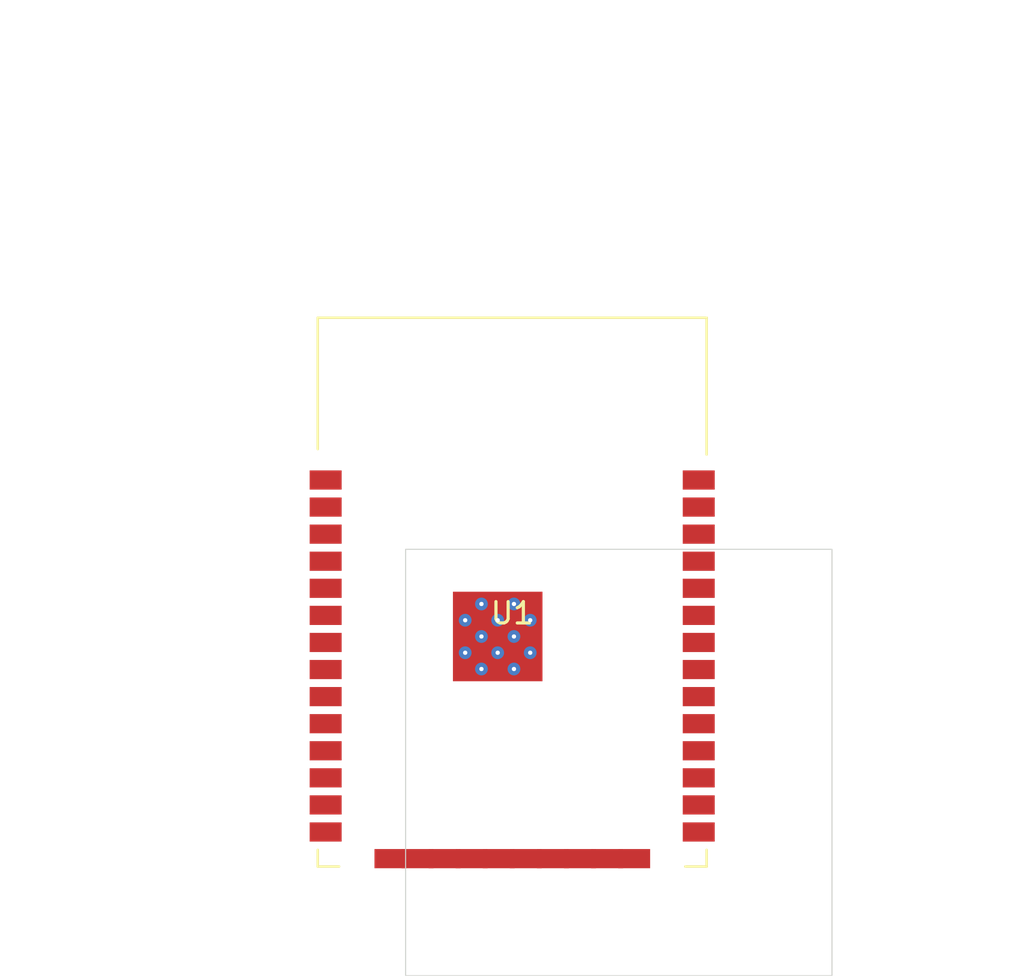
<source format=kicad_pcb>
(kicad_pcb (version 20241229) (generator "pcbnew") (generator_version "9.0")
  (layers (0 "F.Cu" signal) (2 "B.Cu" signal) (13 "F.Paste" user) (15 "B.Paste" user) (5 "F.SilkS" user "F.Silkscreen") (7 "B.SilkS" user "B.Silkscreen") (1 "F.Mask" user) (3 "B.Mask" user) (25 "Edge.Cuts" user))
  (net 0 "")
  (footprint "RF_Module:ESP32-WROOM-32" (layer "F.Cu") (at 5.0 5.0)
    (property "Reference" "U1" (at 0 -2 0) (layer "F.SilkS") (effects (font (size 1.0 1.0))))
    (property "Value" "ESP32-WROOM-32")
    (fp_line (start -9.12 -15.86) (end -9.12 -9.7) (stroke (width 0.12)) (layer "F.SilkS"))
    (fp_line (start -9.12 -15.86) (end 9.12 -15.86) (stroke (width 0.12)) (layer "F.SilkS"))
    (fp_line (start -9.12 9.1) (end -9.12 9.88) (stroke (width 0.12)) (layer "F.SilkS"))
    (fp_line (start -9.12 9.88) (end -8.12 9.88) (stroke (width 0.12)) (layer "F.SilkS"))
    (fp_line (start 9.12 -15.86) (end 9.12 -9.445) (stroke (width 0.12)) (layer "F.SilkS"))
    (fp_line (start 9.12 9.1) (end 9.12 9.88) (stroke (width 0.12)) (layer "F.SilkS"))
    (fp_line (start 9.12 9.88) (end 8.12 9.88) (stroke (width 0.12)) (layer "F.SilkS"))
    (pad "1" smd rect (at -8.75 -8.25) (size 1.5 0.9) (layers "F.Cu" "F.Mask" "F.Paste"))
    (pad "2" smd rect (at -8.75 -6.98) (size 1.5 0.9) (layers "F.Cu" "F.Mask" "F.Paste"))
    (pad "3" smd rect (at -8.75 -5.71) (size 1.5 0.9) (layers "F.Cu" "F.Mask" "F.Paste"))
    (pad "4" smd rect (at -8.75 -4.44) (size 1.5 0.9) (layers "F.Cu" "F.Mask" "F.Paste"))
    (pad "5" smd rect (at -8.75 -3.17) (size 1.5 0.9) (layers "F.Cu" "F.Mask" "F.Paste"))
    (pad "6" smd rect (at -8.75 -1.9) (size 1.5 0.9) (layers "F.Cu" "F.Mask" "F.Paste"))
    (pad "7" smd rect (at -8.75 -0.63) (size 1.5 0.9) (layers "F.Cu" "F.Mask" "F.Paste"))
    (pad "8" smd rect (at -8.75 0.64) (size 1.5 0.9) (layers "F.Cu" "F.Mask" "F.Paste"))
    (pad "9" smd rect (at -8.75 1.91) (size 1.5 0.9) (layers "F.Cu" "F.Mask" "F.Paste"))
    (pad "10" smd rect (at -8.75 3.18) (size 1.5 0.9) (layers "F.Cu" "F.Mask" "F.Paste"))
    (pad "11" smd rect (at -8.75 4.45) (size 1.5 0.9) (layers "F.Cu" "F.Mask" "F.Paste"))
    (pad "12" smd rect (at -8.75 5.72) (size 1.5 0.9) (layers "F.Cu" "F.Mask" "F.Paste"))
    (pad "13" smd rect (at -8.75 6.99) (size 1.5 0.9) (layers "F.Cu" "F.Mask" "F.Paste"))
    (pad "14" smd rect (at -8.75 8.26) (size 1.5 0.9) (layers "F.Cu" "F.Mask" "F.Paste"))
    (pad "15" smd rect (at -5.71 9.51) (size 1.5 0.9) (layers "F.Cu" "F.Mask" "F.Paste"))
    (pad "16" smd rect (at -4.44 9.51) (size 1.5 0.9) (layers "F.Cu" "F.Mask" "F.Paste"))
    (pad "17" smd rect (at -3.17 9.51) (size 1.5 0.9) (layers "F.Cu" "F.Mask" "F.Paste"))
    (pad "18" smd rect (at -1.9 9.51) (size 1.5 0.9) (layers "F.Cu" "F.Mask" "F.Paste"))
    (pad "19" smd rect (at -0.63 9.51) (size 1.5 0.9) (layers "F.Cu" "F.Mask" "F.Paste"))
    (pad "20" smd rect (at 0.64 9.51) (size 1.5 0.9) (layers "F.Cu" "F.Mask" "F.Paste"))
    (pad "21" smd rect (at 1.91 9.51) (size 1.5 0.9) (layers "F.Cu" "F.Mask" "F.Paste"))
    (pad "22" smd rect (at 3.18 9.51) (size 1.5 0.9) (layers "F.Cu" "F.Mask" "F.Paste"))
    (pad "23" smd rect (at 4.45 9.51) (size 1.5 0.9) (layers "F.Cu" "F.Mask" "F.Paste"))
    (pad "24" smd rect (at 5.72 9.51) (size 1.5 0.9) (layers "F.Cu" "F.Mask" "F.Paste"))
    (pad "25" smd rect (at 8.75 8.26) (size 1.5 0.9) (layers "F.Cu" "F.Mask" "F.Paste"))
    (pad "26" smd rect (at 8.75 6.99) (size 1.5 0.9) (layers "F.Cu" "F.Mask" "F.Paste"))
    (pad "27" smd rect (at 8.75 5.72) (size 1.5 0.9) (layers "F.Cu" "F.Mask" "F.Paste"))
    (pad "28" smd rect (at 8.75 4.45) (size 1.5 0.9) (layers "F.Cu" "F.Mask" "F.Paste"))
    (pad "29" smd rect (at 8.75 3.18) (size 1.5 0.9) (layers "F.Cu" "F.Mask" "F.Paste"))
    (pad "30" smd rect (at 8.75 1.91) (size 1.5 0.9) (layers "F.Cu" "F.Mask" "F.Paste"))
    (pad "31" smd rect (at 8.75 0.64) (size 1.5 0.9) (layers "F.Cu" "F.Mask" "F.Paste"))
    (pad "32" smd rect (at 8.75 -0.63) (size 1.5 0.9) (layers "F.Cu" "F.Mask" "F.Paste"))
    (pad "33" smd rect (at 8.75 -1.9) (size 1.5 0.9) (layers "F.Cu" "F.Mask" "F.Paste"))
    (pad "34" smd rect (at 8.75 -3.17) (size 1.5 0.9) (layers "F.Cu" "F.Mask" "F.Paste"))
    (pad "35" smd rect (at 8.75 -4.44) (size 1.5 0.9) (layers "F.Cu" "F.Mask" "F.Paste"))
    (pad "36" smd rect (at 8.75 -5.71) (size 1.5 0.9) (layers "F.Cu" "F.Mask" "F.Paste"))
    (pad "37" smd rect (at 8.75 -6.98) (size 1.5 0.9) (layers "F.Cu" "F.Mask" "F.Paste"))
    (pad "38" smd rect (at 8.75 -8.25) (size 1.5 0.9) (layers "F.Cu" "F.Mask" "F.Paste"))
    (pad "39" smd rect (at -2.205 -2.435) (size 1.05 1.05) (layers "F.Cu" "F.Paste"))
    (pad "39" thru_hole circle (at -2.205 -1.6725) (size 0.6 0.6) (layers "*.Cu" "F.Mask") (drill 0.2) (property pad_prop_heatsink))
    (pad "39" smd rect (at -2.205 -0.91) (size 1.05 1.05) (layers "F.Cu" "F.Paste"))
    (pad "39" thru_hole circle (at -2.205 -0.1475) (size 0.6 0.6) (layers "*.Cu" "F.Mask") (drill 0.2) (property pad_prop_heatsink))
    (pad "39" smd rect (at -2.205 0.615) (size 1.05 1.05) (layers "F.Cu" "F.Paste"))
    (pad "39" thru_hole circle (at -1.4425 -2.435) (size 0.6 0.6) (layers "*.Cu" "F.Mask") (drill 0.2) (property pad_prop_heatsink))
    (pad "39" thru_hole circle (at -1.4425 -0.91) (size 0.6 0.6) (layers "*.Cu" "F.Mask") (drill 0.2) (property pad_prop_heatsink))
    (pad "39" thru_hole circle (at -1.4425 0.615) (size 0.6 0.6) (layers "*.Cu" "F.Mask") (drill 0.2) (property pad_prop_heatsink))
    (pad "39" smd rect (at -0.68 -2.435) (size 1.05 1.05) (layers "F.Cu" "F.Paste"))
    (pad "39" thru_hole circle (at -0.68 -1.6725) (size 0.6 0.6) (layers "*.Cu" "F.Mask") (drill 0.2) (property pad_prop_heatsink))
    (pad "39" smd rect (at -0.68 -0.91) (size 1.05 1.05) (layers "F.Cu" "F.Paste"))
    (pad "39" smd rect (at -0.68 -0.91) (size 4.2 4.2) (layers "F.Cu" "F.Mask") (property pad_prop_heatsink))
    (pad "39" thru_hole circle (at -0.68 -0.1475) (size 0.6 0.6) (layers "*.Cu" "F.Mask") (drill 0.2) (property pad_prop_heatsink))
    (pad "39" smd rect (at -0.68 0.615) (size 1.05 1.05) (layers "F.Cu" "F.Paste"))
    (pad "39" thru_hole circle (at 0.0825 -2.435) (size 0.6 0.6) (layers "*.Cu" "F.Mask") (drill 0.2) (property pad_prop_heatsink))
    (pad "39" thru_hole circle (at 0.0825 -0.91) (size 0.6 0.6) (layers "*.Cu" "F.Mask") (drill 0.2) (property pad_prop_heatsink))
    (pad "39" thru_hole circle (at 0.0825 0.615) (size 0.6 0.6) (layers "*.Cu" "F.Mask") (drill 0.2) (property pad_prop_heatsink))
    (pad "39" smd rect (at 0.845 -2.435) (size 1.05 1.05) (layers "F.Cu" "F.Paste"))
    (pad "39" thru_hole circle (at 0.845 -1.6725) (size 0.6 0.6) (layers "*.Cu" "F.Mask") (drill 0.2) (property pad_prop_heatsink))
    (pad "39" smd rect (at 0.845 -0.91) (size 1.05 1.05) (layers "F.Cu" "F.Paste"))
    (pad "39" thru_hole circle (at 0.845 -0.1475) (size 0.6 0.6) (layers "*.Cu" "F.Mask") (drill 0.2) (property pad_prop_heatsink))
    (pad "39" smd rect (at 0.845 0.615) (size 1.05 1.05) (layers "F.Cu" "F.Paste"))
  )
  (gr_rect (start 0 0) (end 20.0 20.0) (stroke (width 0.05)) (fill no) (layer "Edge.Cuts"))
)
</source>
